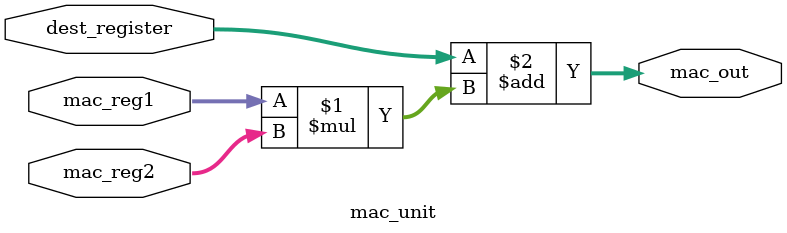
<source format=v>
`timescale 1ns / 1ps

module ALU_stage(input [31:0] read_reg1, input [31:0] read_reg2, input [31:0] imm_data, 
input alu_src, input [2:0] alu_ctrl,output[31:0] net_out, // do not comment these signals
input [31:0] PC, input branch, output [31:0] branched_PC, output pcsrc,
input mac, input [31:0] dest_reg);

wire [31:0]alu_data2, ALU_reg1, ALU_reg2, alu_out, mac_reg1, mac_reg2, mac_out;
wire zero_flag;

mac_demux d1(mac,read_reg1, ALU_reg1,mac_reg1);
mac_demux d2(mac,read_reg2, ALU_reg2,mac_reg2);

ALU_mux m1(ALU_reg2, imm_data, alu_src,alu_data2);

mac_unit mac1(mac_reg1, mac_reg2,dest_reg, mac_out);
ALU a1(ALU_reg1,alu_data2,alu_ctrl,alu_out,zero_flag );

assign net_out = mac ? mac_out : alu_out;

nextPC n1(PC,imm_data, branch, zero_flag, branched_PC, pcsrc); 
endmodule


module ALU_mux(input [31:0] read_reg2, input [31:0] imm_data, input alu_src, output reg [31:0]alu_data2);
always @(read_reg2 or imm_data or alu_src)
begin
    case(alu_src)
    1'b0: alu_data2 = read_reg2;
    1'b1: alu_data2 = imm_data;
    endcase
end
endmodule

module ALU(input [31:0] a, input [31:0] b, input[2:0] ctrl,output reg[31:0] out, output reg zero_flag);
	 
always@(ctrl,a,b)
begin
case(ctrl)
3'b000: out=a+b;
3'b001: out=a-b;
3'b010: out=a<<b;
3'b011: out=a>>>b;
3'b100: out=a&b;
3'b101: out=a|b;
default: out=32'bx;
endcase
end

always @(out)
begin
    case(out)
    32'b0: zero_flag = 1;
    default: zero_flag = 0;
    endcase
end

endmodule


module nextPC(input [31:0] PC, input [31:0]imm, input branch, input zero_flag, output [31:0] branched_PC,
 output pcsrc
// output [31:0] newPC 
);

wire [31:0] new_imm;
assign new_imm = imm<<2;
assign branched_PC = PC+ new_imm;
// PCSRC = 1, then branched PC, else +4
assign pcsrc = zero_flag & branch;
endmodule

module mac_demux(input mac, input [31:0]decode_data, output reg [31:0] ALU_data, output reg [31:0] mac_data);
always@(*)
begin
if (mac)
    begin
        mac_data <= decode_data;
        ALU_data <= 32'b0;
    end
else
    begin
        mac_data <= 32'b0;
        ALU_data <= decode_data;
    end
end
endmodule


module mac_unit(input [31:0] mac_reg1, mac_reg2, input [31:0] dest_register, output [31:0] mac_out);

assign mac_out = dest_register + (mac_reg1 * mac_reg2);

endmodule
</source>
